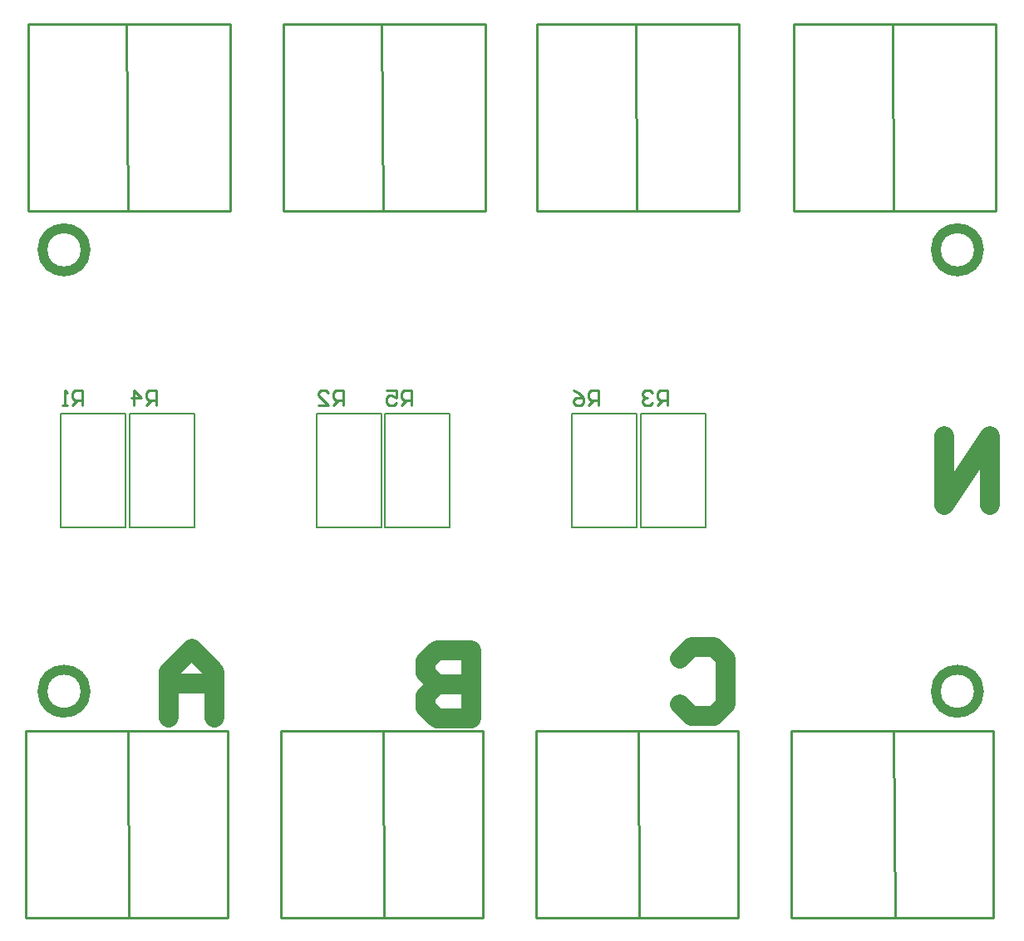
<source format=gbr>
%TF.GenerationSoftware,Altium Limited,Altium Designer,21.6.4 (81)*%
G04 Layer_Color=32896*
%FSLAX43Y43*%
%MOMM*%
%TF.SameCoordinates,1AC814DF-7433-4E0E-8A45-847F92D72221*%
%TF.FilePolarity,Positive*%
%TF.FileFunction,Legend,Bot*%
%TF.Part,Single*%
G01*
G75*
%TA.AperFunction,NonConductor*%
%ADD42C,1.000*%
%ADD43C,0.254*%
%ADD44C,0.200*%
%ADD45C,2.000*%
D42*
X7696Y65499D02*
G03*
X7696Y65499I-2200J0D01*
G01*
Y20499D02*
G03*
X7696Y20499I-2200J0D01*
G01*
X98696D02*
G03*
X98696Y20499I-2200J0D01*
G01*
Y65499D02*
G03*
X98696Y65499I-2200J0D01*
G01*
D43*
X1586Y-2549D02*
X22160D01*
X1586Y16501D02*
X22160D01*
Y-2549D02*
Y16501D01*
X1586Y-2549D02*
Y16501D01*
X12000D02*
X12125Y-2549D01*
X89875Y88549D02*
X90000Y69499D01*
X100414D02*
Y88549D01*
X79840Y69499D02*
Y88549D01*
Y69499D02*
X100414D01*
X79840Y88549D02*
X100414D01*
X63706Y88549D02*
X63830Y69499D01*
X74244D02*
Y88549D01*
X53670Y69499D02*
Y88549D01*
Y69499D02*
X74244D01*
X53670Y88549D02*
X74244D01*
X37875Y88549D02*
X38000Y69499D01*
X48414D02*
Y88549D01*
X27840Y69499D02*
Y88549D01*
Y69499D02*
X48414D01*
X27840Y88549D02*
X48414D01*
X11875Y88549D02*
X12000Y69499D01*
X22414D02*
Y88549D01*
X1840Y69499D02*
Y88549D01*
Y69499D02*
X22414D01*
X1840Y88549D02*
X22414D01*
X38000Y16501D02*
X38125Y-2549D01*
X27586Y-2549D02*
Y16501D01*
X48160Y-2549D02*
Y16501D01*
X27586D02*
X48160D01*
X27586Y-2549D02*
X48160D01*
X90000Y16501D02*
X90125Y-2549D01*
X79586Y-2549D02*
Y16501D01*
X100160Y-2549D02*
Y16501D01*
X79586D02*
X100160D01*
X79586Y-2549D02*
X100160D01*
X63986Y16501D02*
X64111Y-2549D01*
X53572Y-2549D02*
Y16501D01*
X74146Y-2549D02*
Y16501D01*
X53572D02*
X74146D01*
X53572Y-2549D02*
X74146D01*
X59936Y49673D02*
Y51196D01*
X59175D01*
X58921Y50942D01*
Y50435D01*
X59175Y50181D01*
X59936D01*
X59429D02*
X58921Y49673D01*
X57397Y51196D02*
X57905Y50942D01*
X58413Y50435D01*
Y49927D01*
X58159Y49673D01*
X57651D01*
X57397Y49927D01*
Y50181D01*
X57651Y50435D01*
X58413D01*
X40912Y49673D02*
Y51196D01*
X40150D01*
X39896Y50942D01*
Y50435D01*
X40150Y50181D01*
X40912D01*
X40404D02*
X39896Y49673D01*
X38373Y51196D02*
X39388D01*
Y50435D01*
X38880Y50688D01*
X38627D01*
X38373Y50435D01*
Y49927D01*
X38627Y49673D01*
X39134D01*
X39388Y49927D01*
X14851Y49673D02*
Y51196D01*
X14090D01*
X13836Y50942D01*
Y50435D01*
X14090Y50181D01*
X14851D01*
X14344D02*
X13836Y49673D01*
X12566D02*
Y51196D01*
X13328Y50435D01*
X12312D01*
X66947Y49673D02*
Y51196D01*
X66185D01*
X65931Y50942D01*
Y50435D01*
X66185Y50181D01*
X66947D01*
X66439D02*
X65931Y49673D01*
X65423Y50942D02*
X65169Y51196D01*
X64662D01*
X64408Y50942D01*
Y50688D01*
X64662Y50435D01*
X64915D01*
X64662D01*
X64408Y50181D01*
Y49927D01*
X64662Y49673D01*
X65169D01*
X65423Y49927D01*
X33901Y49673D02*
Y51196D01*
X33140D01*
X32886Y50942D01*
Y50435D01*
X33140Y50181D01*
X33901D01*
X33394D02*
X32886Y49673D01*
X31362D02*
X32378D01*
X31362Y50688D01*
Y50942D01*
X31616Y51196D01*
X32124D01*
X32378Y50942D01*
X7358Y49673D02*
Y51196D01*
X6597D01*
X6343Y50942D01*
Y50435D01*
X6597Y50181D01*
X7358D01*
X6851D02*
X6343Y49673D01*
X5835D02*
X5327D01*
X5581D01*
Y51196D01*
X5835Y50942D01*
D44*
X38209Y37200D02*
Y48800D01*
X44809D01*
X38209Y37200D02*
X44809D01*
Y48800D01*
X64244Y37200D02*
Y48800D01*
X70844D01*
X64244Y37200D02*
X70844D01*
Y48800D01*
X63834Y37200D02*
Y48800D01*
X57234Y37200D02*
X63834D01*
X57234Y48800D02*
X63834D01*
X57234Y37200D02*
Y48800D01*
X37799Y37200D02*
Y48800D01*
X31199Y37200D02*
X37799D01*
X31199Y48800D02*
X37799D01*
X31199Y37200D02*
Y48800D01*
X18767Y37200D02*
Y48800D01*
X12167Y37200D02*
X18767D01*
X12167Y48800D02*
X18767D01*
X12167Y37200D02*
Y48800D01*
X11782Y37200D02*
Y48800D01*
X5182Y37200D02*
X11782D01*
X5182Y48800D02*
X11782D01*
X5182Y37200D02*
Y48800D01*
D45*
X20850Y17825D02*
Y22490D01*
X18517Y24823D01*
X16185Y22490D01*
Y17825D01*
Y21324D01*
X20850D01*
X46975Y24698D02*
Y17700D01*
X43476D01*
X42310Y18866D01*
Y20033D01*
X43476Y21199D01*
X46975D01*
X43476D01*
X42310Y22365D01*
Y23531D01*
X43476Y24698D01*
X46975D01*
X68210Y23831D02*
X69376Y24998D01*
X71709D01*
X72875Y23831D01*
Y19166D01*
X71709Y18000D01*
X69376D01*
X68210Y19166D01*
X99800Y39525D02*
Y46523D01*
X95135Y39525D01*
Y46523D01*
%TF.MD5,c7ef17d591af45a7b9b5117a9c424521*%
M02*

</source>
